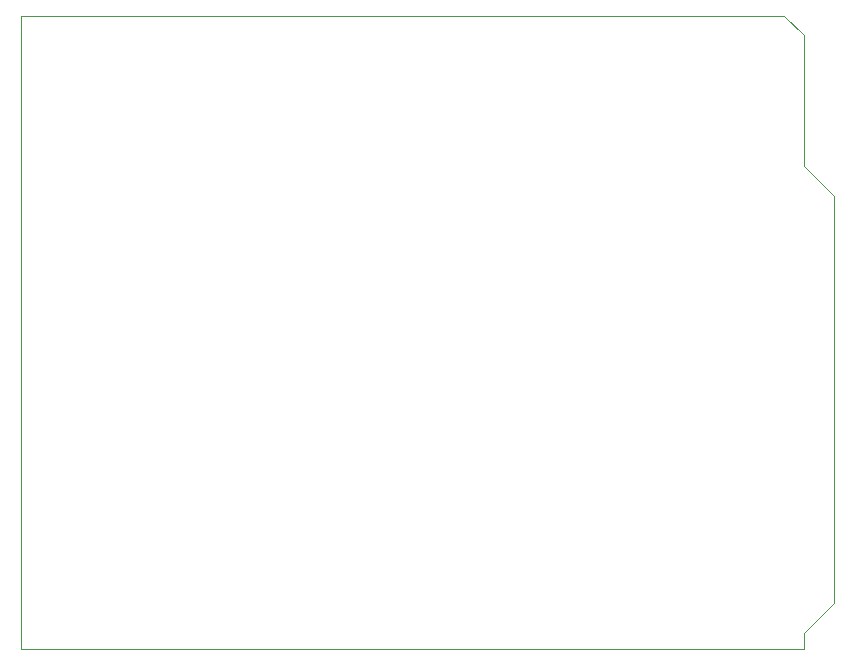
<source format=gm1>
G04 #@! TF.GenerationSoftware,KiCad,Pcbnew,(5.1.2-1)-1*
G04 #@! TF.CreationDate,2019-08-29T21:11:54-07:00*
G04 #@! TF.ProjectId,kicad,6b696361-642e-46b6-9963-61645f706362,rev?*
G04 #@! TF.SameCoordinates,Original*
G04 #@! TF.FileFunction,Profile,NP*
%FSLAX46Y46*%
G04 Gerber Fmt 4.6, Leading zero omitted, Abs format (unit mm)*
G04 Created by KiCad (PCBNEW (5.1.2-1)-1) date 2019-08-29 21:11:54*
%MOMM*%
%LPD*%
G04 APERTURE LIST*
%ADD10C,0.050000*%
G04 APERTURE END LIST*
D10*
X130251200Y-113741200D02*
X130251200Y-60147200D01*
X196545200Y-113741200D02*
X130251200Y-113741200D01*
X196545200Y-112420400D02*
X196545200Y-113741200D01*
X199085200Y-109880400D02*
X196545200Y-112420400D01*
X199085200Y-75438000D02*
X199085200Y-109880400D01*
X196545200Y-72898000D02*
X199085200Y-75438000D01*
X196545200Y-61772800D02*
X196545200Y-72898000D01*
X194919600Y-60147200D02*
X196545200Y-61772800D01*
X130251200Y-60147200D02*
X194919600Y-60147200D01*
M02*

</source>
